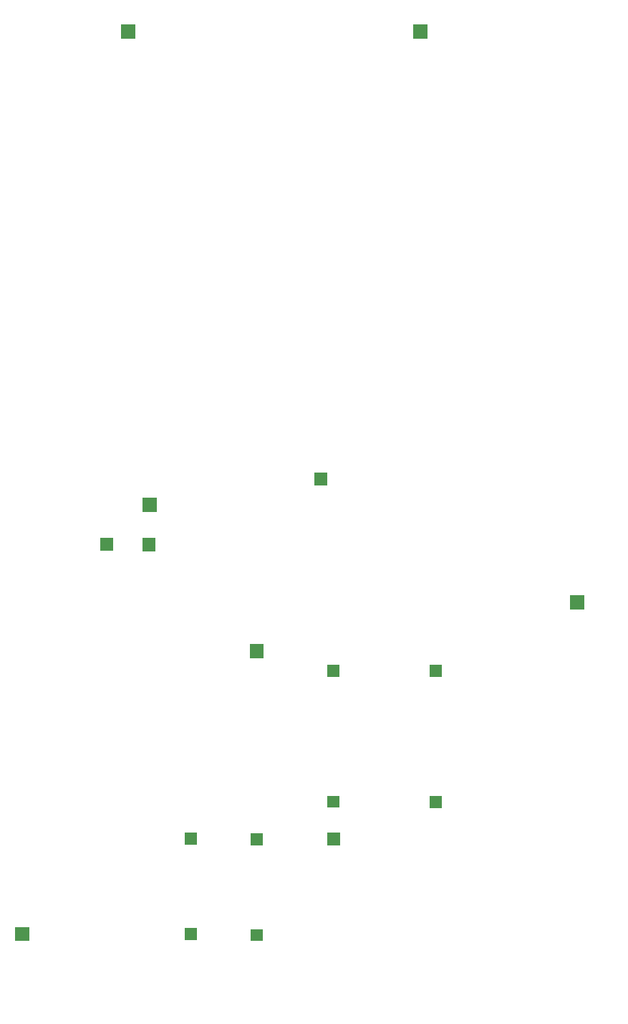
<source format=gbr>
G04 This is an RS-274x file exported by *
G04 gerbv version 2.4.0 *
G04 More information is available about gerbv at *
G04 http://gerbv.gpleda.org/ *
G04 --End of header info--*
%MOIN*%
%FSLAX23Y23*%
%IPPOS*%
%MIA1B0*%
G04 --Define apertures--*
%ADD10C,0,0600*%
%ADD11C,0,0200*%
%ADD12C,0,0660*%
%ADD13C,0,0560*%
%ADD14C,0,0610*%
G04 --Start main section--*
G54D12*
G01X03905Y05955D03*
G01X03805Y05955D03*
G01X03705Y05955D03*
G01X03605Y05955D03*
G54D11*
G36*
G01X04172Y05988D02*
G01X04172Y05922D01*
G01X04238Y05922D01*
G01X04238Y05988D01*
G01X04172Y05988D01*
G37*
G54D12*
G01X04105Y05955D03*
G01X04005Y05955D03*
G01X03505Y05955D03*
G01X03405Y05955D03*
G01X03305Y05955D03*
G54D11*
G36*
G01X05532Y05989D02*
G01X05532Y05923D01*
G01X05598Y05923D01*
G01X05598Y05989D01*
G01X05532Y05989D01*
G37*
G54D12*
G01X05665Y05956D03*
G01X05765Y05956D03*
G01X05865Y05956D03*
G01X05965Y05956D03*
G01X06065Y05956D03*
G54D11*
G36*
G01X04104Y03010D02*
G01X04104Y02954D01*
G01X04160Y02954D01*
G01X04160Y03010D01*
G01X04104Y03010D01*
G37*
G54D13*
G01X03832Y02982D03*
G54D11*
G36*
G01X04580Y03010D02*
G01X04580Y02954D01*
G01X04636Y02954D01*
G01X04636Y03010D01*
G01X04580Y03010D01*
G37*
G54D13*
G01X04308Y02982D03*
G54D11*
G36*
G01X03442Y03334D02*
G01X03442Y03268D01*
G01X03508Y03268D01*
G01X03508Y03334D01*
G01X03442Y03334D01*
G37*
G54D12*
G01X03475Y03201D03*
G54D11*
G36*
G01X04933Y03109D02*
G01X04933Y03043D01*
G01X04999Y03043D01*
G01X04999Y03109D01*
G01X04933Y03109D01*
G37*
G54D12*
G01X05266Y03076D03*
G01X04966Y02976D03*
G01X05266Y02876D03*
G01X05266Y02976D03*
G01X04966Y02876D03*
G01X04966Y02776D03*
G01X04966Y02676D03*
G01X04966Y02576D03*
G01X04966Y02476D03*
G54D11*
G36*
G01X05634Y03601D02*
G01X05634Y03540D01*
G01X05695Y03540D01*
G01X05695Y03601D01*
G01X05634Y03601D01*
G37*
G54D10*
G01X05666Y03875D03*
G01X05766Y03875D03*
G01X05866Y03875D03*
G01X05966Y03875D03*
G54D12*
G01X05665Y03755D03*
G54D14*
G01X05664Y03270D03*
G54D11*
G36*
G01X05436Y03600D02*
G01X05436Y03539D01*
G01X05497Y03539D01*
G01X05497Y03600D01*
G01X05436Y03600D01*
G37*
G54D14*
G01X05466Y03269D03*
G54D11*
G36*
G01X05432Y03788D02*
G01X05432Y03722D01*
G01X05498Y03722D01*
G01X05498Y03788D01*
G01X05432Y03788D01*
G37*
G36*
G01X04636Y03905D02*
G01X04636Y03845D01*
G01X04696Y03845D01*
G01X04696Y03905D01*
G01X04636Y03905D01*
G37*
G54D10*
G01X04766Y03875D03*
G01X04866Y03875D03*
G01X04966Y03875D03*
G01X05066Y03875D03*
G01X05166Y03875D03*
G01X05266Y03875D03*
G01X05266Y04175D03*
G01X05366Y03875D03*
G01X05466Y03875D03*
G01X05566Y03875D03*
G01X05166Y04175D03*
G01X05066Y04175D03*
G01X04966Y04175D03*
G01X04866Y04175D03*
G01X04766Y04175D03*
G01X04666Y04175D03*
G01X05466Y04175D03*
G01X05366Y04175D03*
G01X05566Y04175D03*
G01X05666Y04175D03*
G01X05766Y04175D03*
G01X05866Y04175D03*
G01X05966Y04175D03*
G54D11*
G36*
G01X04937Y01783D02*
G01X04937Y01727D01*
G01X04993Y01727D01*
G01X04993Y01783D01*
G01X04937Y01783D01*
G37*
G54D13*
G01X04965Y01455D03*
G54D11*
G36*
G01X04576Y02231D02*
G01X04576Y02170D01*
G01X04637Y02170D01*
G01X04637Y02231D01*
G01X04576Y02231D01*
G37*
G54D14*
G01X04607Y01901D03*
G54D11*
G36*
G01X04937Y02229D02*
G01X04937Y02173D01*
G01X04993Y02173D01*
G01X04993Y02229D01*
G01X04937Y02229D01*
G37*
G54D13*
G01X04965Y01901D03*
G54D12*
G01X06058Y01660D03*
G54D11*
G36*
G01X05245Y01787D02*
G01X05245Y01731D01*
G01X05301Y01731D01*
G01X05301Y01787D01*
G01X05245Y01787D01*
G37*
G54D13*
G01X05273Y01459D03*
G54D11*
G36*
G01X04104Y02402D02*
G01X04104Y02346D01*
G01X04160Y02346D01*
G01X04160Y02402D01*
G01X04104Y02402D01*
G37*
G54D13*
G01X03832Y02374D03*
G54D11*
G36*
G01X04580Y02403D02*
G01X04580Y02347D01*
G01X04636Y02347D01*
G01X04636Y02403D01*
G01X04580Y02403D01*
G37*
G54D13*
G01X04308Y02375D03*
G54D11*
G36*
G01X05245Y02231D02*
G01X05245Y02175D01*
G01X05301Y02175D01*
G01X05301Y02231D01*
G01X05245Y02231D01*
G37*
G54D12*
G01X04966Y02376D03*
G01X05266Y02376D03*
G54D13*
G01X05273Y01903D03*
G54D11*
G36*
G01X06025Y01793D02*
G01X06025Y01727D01*
G01X06091Y01727D01*
G01X06091Y01793D01*
G01X06025Y01793D01*
G37*
G54D12*
G01X05266Y02476D03*
G01X05266Y02576D03*
G01X05266Y02676D03*
G01X05266Y02776D03*
M02*

</source>
